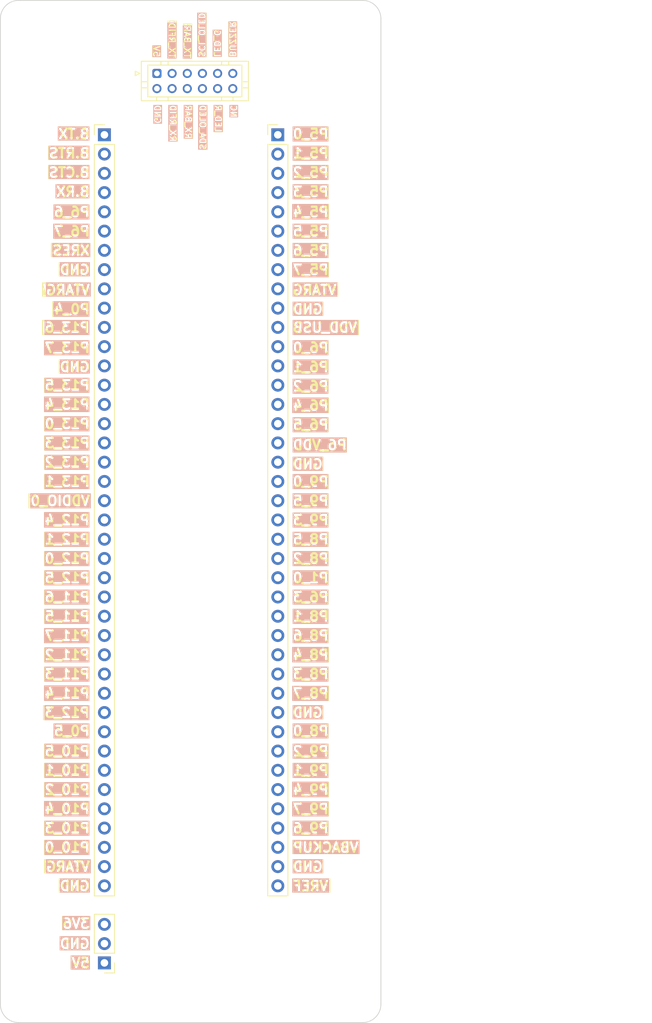
<source format=kicad_pcb>
(kicad_pcb (version 20221018) (generator pcbnew)
  (layers (0 "F.Cu" signal) (31 "B.Cu" signal) (34 "B.Paste" user) (35 "F.Paste" user) (36 "B.SilkS" user "B.Silkscreen") (37 "F.SilkS" user "F.Silkscreen") (38 "B.Mask" user) (39 "F.Mask" user) (44 "Edge.Cuts" user))
  (net 0 "")
  (net 1 "P5_0")
  (net 2 "P5_1")
  (net 3 "P5_2")
  (net 4 "P5_3")
  (net 5 "P5_4")
  (net 6 "P5_5")
  (net 7 "P5_6")
  (net 8 "P5_7")
  (net 9 "VTARG")
  (net 10 "GND")
  (net 11 "VDD_USB")
  (net 12 "P6_0")
  (net 13 "P6_1")
  (net 14 "P6_2")
  (net 15 "P6_4")
  (net 16 "P6_5")
  (net 17 "P6_VDD")
  (net 18 "P9_0")
  (net 19 "P9_5")
  (net 20 "P9_3")
  (net 21 "P8_5")
  (net 22 "P8_2")
  (net 23 "P1_0")
  (net 24 "P6_3")
  (net 25 "P8_1")
  (net 26 "P8_6")
  (net 27 "P8_4")
  (net 28 "P8_3")
  (net 29 "P8_7")
  (net 30 "P8_0")
  (net 31 "P9_2")
  (net 32 "P9_1")
  (net 33 "P9_4")
  (net 34 "P9_7")
  (net 35 "P9_6")
  (net 36 "VBACKUP")
  (net 37 "VREF")
  (net 38 "B.TX")
  (net 39 "B.RTS")
  (net 40 "B.CTS")
  (net 41 "B.RX")
  (net 42 "P6_6")
  (net 43 "P6_7")
  (net 44 "XRES")
  (net 45 "P0_4")
  (net 46 "P13_6")
  (net 47 "P13_7")
  (net 48 "P13_5")
  (net 49 "P13_4")
  (net 50 "P13_0")
  (net 51 "P13_3")
  (net 52 "P13_2")
  (net 53 "P13_1")
  (net 54 "VDDIO_0")
  (net 55 "P12_4")
  (net 56 "P12_1")
  (net 57 "P12_0")
  (net 58 "P12_5")
  (net 59 "P11_6")
  (net 60 "P11_5")
  (net 61 "P11_7")
  (net 62 "P11_2")
  (net 63 "P11_3")
  (net 64 "P11_4")
  (net 65 "P12_3")
  (net 66 "P0_5")
  (net 67 "P10_5")
  (net 68 "P10_1")
  (net 69 "P10_2")
  (net 70 "P10_4")
  (net 71 "P10_3")
  (net 72 "P10_0")
  (net 73 "+5V")
  (net 74 "+3V3")
  (net 75 "TX_RFID")
  (net 76 "RX_RFID")
  (net 77 "TX_BAR")
  (net 78 "RX_BAR")
  (net 79 "SCL_OLED")
  (net 80 "SDA_OLED")
  (net 81 "LED_G")
  (net 82 "LED_R")
  (net 83 "BUZZER")
  (footprint "Connector_PinHeader_2.54mm:PinHeader_1x40_P2.54mm_Vertical" (layer "F.Cu") (at 125.095 62.865)
    (fp_text reference "J1" hide)
    (fp_text value "Conn_01x40_Socket" hide)
    (fp_line (start -1.33 -1.33) (end 0 -1.33) (stroke (width 0.12)) (layer "F.SilkS"))
    (fp_line (start -1.33 0) (end -1.33 -1.33) (stroke (width 0.12)) (layer "F.SilkS"))
    (fp_line (start -1.33 1.27) (end -1.33 100.39) (stroke (width 0.12)) (layer "F.SilkS"))
    (fp_line (start -1.33 1.27) (end 1.33 1.27) (stroke (width 0.12)) (layer "F.SilkS"))
    (fp_line (start -1.33 100.39) (end 1.33 100.39) (stroke (width 0.12)) (layer "F.SilkS"))
    (fp_line (start 1.33 1.27) (end 1.33 100.39) (stroke (width 0.12)) (layer "F.SilkS"))
    (pad "1" thru_hole rect (at 0 0) (size 1.7 1.7) (drill 1) (layers "*.Cu" "*.Mask") (net 1 "P5_0"))
    (pad "2" thru_hole oval (at 0 2.54) (size 1.7 1.7) (drill 1) (layers "*.Cu" "*.Mask") (net 2 "P5_1"))
    (pad "3" thru_hole oval (at 0 5.08) (size 1.7 1.7) (drill 1) (layers "*.Cu" "*.Mask") (net 3 "P5_2"))
    (pad "4" thru_hole oval (at 0 7.62) (size 1.7 1.7) (drill 1) (layers "*.Cu" "*.Mask") (net 4 "P5_3"))
    (pad "5" thru_hole oval (at 0 10.16) (size 1.7 1.7) (drill 1) (layers "*.Cu" "*.Mask") (net 5 "P5_4"))
    (pad "6" thru_hole oval (at 0 12.7) (size 1.7 1.7) (drill 1) (layers "*.Cu" "*.Mask") (net 6 "P5_5"))
    (pad "7" thru_hole oval (at 0 15.24) (size 1.7 1.7) (drill 1) (layers "*.Cu" "*.Mask") (net 7 "P5_6"))
    (pad "8" thru_hole oval (at 0 17.78) (size 1.7 1.7) (drill 1) (layers "*.Cu" "*.Mask") (net 8 "P5_7"))
    (pad "9" thru_hole oval (at 0 20.32) (size 1.7 1.7) (drill 1) (layers "*.Cu" "*.Mask") (net 9 "VTARG"))
    (pad "10" thru_hole oval (at 0 22.86) (size 1.7 1.7) (drill 1) (layers "*.Cu" "*.Mask") (net 10 "GND"))
    (pad "11" thru_hole oval (at 0 25.4) (size 1.7 1.7) (drill 1) (layers "*.Cu" "*.Mask") (net 11 "VDD_USB"))
    (pad "12" thru_hole oval (at 0 27.94) (size 1.7 1.7) (drill 1) (layers "*.Cu" "*.Mask") (net 12 "P6_0"))
    (pad "13" thru_hole oval (at 0 30.48) (size 1.7 1.7) (drill 1) (layers "*.Cu" "*.Mask") (net 13 "P6_1"))
    (pad "14" thru_hole oval (at 0 33.02) (size 1.7 1.7) (drill 1) (layers "*.Cu" "*.Mask") (net 14 "P6_2"))
    (pad "15" thru_hole oval (at 0 35.56) (size 1.7 1.7) (drill 1) (layers "*.Cu" "*.Mask") (net 15 "P6_4"))
    (pad "16" thru_hole oval (at 0 38.1) (size 1.7 1.7) (drill 1) (layers "*.Cu" "*.Mask") (net 16 "P6_5"))
    (pad "17" thru_hole oval (at 0 40.64) (size 1.7 1.7) (drill 1) (layers "*.Cu" "*.Mask") (net 17 "P6_VDD"))
    (pad "18" thru_hole oval (at 0 43.18) (size 1.7 1.7) (drill 1) (layers "*.Cu" "*.Mask") (net 10 "GND"))
    (pad "19" thru_hole oval (at 0 45.72) (size 1.7 1.7) (drill 1) (layers "*.Cu" "*.Mask") (net 18 "P9_0"))
    (pad "20" thru_hole oval (at 0 48.26) (size 1.7 1.7) (drill 1) (layers "*.Cu" "*.Mask") (net 19 "P9_5"))
    (pad "21" thru_hole oval (at 0 50.8) (size 1.7 1.7) (drill 1) (layers "*.Cu" "*.Mask") (net 20 "P9_3"))
    (pad "22" thru_hole oval (at 0 53.34) (size 1.7 1.7) (drill 1) (layers "*.Cu" "*.Mask") (net 21 "P8_5"))
    (pad "23" thru_hole oval (at 0 55.88) (size 1.7 1.7) (drill 1) (layers "*.Cu" "*.Mask") (net 22 "P8_2"))
    (pad "24" thru_hole oval (at 0 58.42) (size 1.7 1.7) (drill 1) (layers "*.Cu" "*.Mask") (net 23 "P1_0"))
    (pad "25" thru_hole oval (at 0 60.96) (size 1.7 1.7) (drill 1) (layers "*.Cu" "*.Mask") (net 24 "P6_3"))
    (pad "26" thru_hole oval (at 0 63.5) (size 1.7 1.7) (drill 1) (layers "*.Cu" "*.Mask") (net 25 "P8_1"))
    (pad "27" thru_hole oval (at 0 66.04) (size 1.7 1.7) (drill 1) (layers "*.Cu" "*.Mask") (net 26 "P8_6"))
    (pad "28" thru_hole oval (at 0 68.58) (size 1.7 1.7) (drill 1) (layers "*.Cu" "*.Mask") (net 27 "P8_4"))
    (pad "29" thru_hole oval (at 0 71.12) (size 1.7 1.7) (drill 1) (layers "*.Cu" "*.Mask") (net 28 "P8_3"))
    (pad "30" thru_hole oval (at 0 73.66) (size 1.7 1.7) (drill 1) (layers "*.Cu" "*.Mask") (net 29 "P8_7"))
    (pad "31" thru_hole oval (at 0 76.2) (size 1.7 1.7) (drill 1) (layers "*.Cu" "*.Mask") (net 10 "GND"))
    (pad "32" thru_hole oval (at 0 78.74) (size 1.7 1.7) (drill 1) (layers "*.Cu" "*.Mask") (net 30 "P8_0"))
    (pad "33" thru_hole oval (at 0 81.28) (size 1.7 1.7) (drill 1) (layers "*.Cu" "*.Mask") (net 31 "P9_2"))
    (pad "34" thru_hole oval (at 0 83.82) (size 1.7 1.7) (drill 1) (layers "*.Cu" "*.Mask") (net 32 "P9_1"))
    (pad "35" thru_hole oval (at 0 86.36) (size 1.7 1.7) (drill 1) (layers "*.Cu" "*.Mask") (net 33 "P9_4"))
    (pad "36" thru_hole oval (at 0 88.9) (size 1.7 1.7) (drill 1) (layers "*.Cu" "*.Mask") (net 34 "P9_7"))
    (pad "37" thru_hole oval (at 0 91.44) (size 1.7 1.7) (drill 1) (layers "*.Cu" "*.Mask") (net 35 "P9_6"))
    (pad "38" thru_hole oval (at 0 93.98) (size 1.7 1.7) (drill 1) (layers "*.Cu" "*.Mask") (net 36 "VBACKUP"))
    (pad "39" thru_hole oval (at 0 96.52) (size 1.7 1.7) (drill 1) (layers "*.Cu" "*.Mask") (net 10 "GND"))
    (pad "40" thru_hole oval (at 0 99.06) (size 1.7 1.7) (drill 1) (layers "*.Cu" "*.Mask") (net 37 "VREF"))
  )
  (footprint "MountingHole:MountingHole_2.2mm_M2" (layer "F.Cu") (at 92.202 176.403)
    (fp_text reference "H1" hide)
    (fp_text value "MountingHole" hide)
    (pad "" np_thru_hole circle (at 0 0) (size 2.2 2.2) (drill 2.2) (layers "*.Cu" "*.Mask"))
  )
  (footprint "MountingHole:MountingHole_2.2mm_M2" (layer "F.Cu") (at 135.636 176.403)
    (fp_text reference "H4" hide)
    (fp_text value "MountingHole" hide)
    (pad "" np_thru_hole circle (at 0 0) (size 2.2 2.2) (drill 2.2) (layers "*.Cu" "*.Mask"))
  )
  (footprint "Connector_PinHeader_2.54mm:PinHeader_1x03_P2.54mm_Vertical" (layer "F.Cu") (at 102.235 172.085 180)
    (fp_text reference "J3" hide)
    (fp_text value "Conn_01x03_Socket" hide)
    (fp_line (start -1.33 -1.33) (end 0 -1.33) (stroke (width 0.12)) (layer "F.SilkS"))
    (fp_line (start -1.33 0) (end -1.33 -1.33) (stroke (width 0.12)) (layer "F.SilkS"))
    (fp_line (start -1.33 1.27) (end -1.33 6.41) (stroke (width 0.12)) (layer "F.SilkS"))
    (fp_line (start -1.33 1.27) (end 1.33 1.27) (stroke (width 0.12)) (layer "F.SilkS"))
    (fp_line (start -1.33 6.41) (end 1.33 6.41) (stroke (width 0.12)) (layer "F.SilkS"))
    (fp_line (start 1.33 1.27) (end 1.33 6.41) (stroke (width 0.12)) (layer "F.SilkS"))
    (pad "1" thru_hole rect (at 0 0 180) (size 1.7 1.7) (drill 1) (layers "*.Cu" "*.Mask") (net 73 "+5V"))
    (pad "2" thru_hole oval (at 0 2.54 180) (size 1.7 1.7) (drill 1) (layers "*.Cu" "*.Mask") (net 10 "GND"))
    (pad "3" thru_hole oval (at 0 5.08 180) (size 1.7 1.7) (drill 1) (layers "*.Cu" "*.Mask") (net 74 "+3V3"))
  )
  (footprint "MountingHole:MountingHole_2.2mm_M2" (layer "F.Cu") (at 135.636 49.022)
    (fp_text reference "H3" hide)
    (fp_text value "MountingHole" hide)
    (pad "" np_thru_hole circle (at 0 0) (size 2.2 2.2) (drill 2.2) (layers "*.Cu" "*.Mask"))
  )
  (footprint "MountingHole:MountingHole_2.2mm_M2" (layer "F.Cu") (at 92.202 49.022)
    (fp_text reference "H2" hide)
    (fp_text value "MountingHole" hide)
    (pad "" np_thru_hole circle (at 0 0) (size 2.2 2.2) (drill 2.2) (layers "*.Cu" "*.Mask"))
  )
  (footprint "Connector_PinHeader_2.54mm:PinHeader_1x40_P2.54mm_Vertical" (layer "F.Cu") (at 102.235 62.865)
    (fp_text reference "J2" hide)
    (fp_text value "Conn_01x40_Socket" hide)
    (fp_line (start -1.33 -1.33) (end 0 -1.33) (stroke (width 0.12)) (layer "F.SilkS"))
    (fp_line (start -1.33 0) (end -1.33 -1.33) (stroke (width 0.12)) (layer "F.SilkS"))
    (fp_line (start -1.33 1.27) (end -1.33 100.39) (stroke (width 0.12)) (layer "F.SilkS"))
    (fp_line (start -1.33 1.27) (end 1.33 1.27) (stroke (width 0.12)) (layer "F.SilkS"))
    (fp_line (start -1.33 100.39) (end 1.33 100.39) (stroke (width 0.12)) (layer "F.SilkS"))
    (fp_line (start 1.33 1.27) (end 1.33 100.39) (stroke (width 0.12)) (layer "F.SilkS"))
    (pad "1" thru_hole rect (at 0 0) (size 1.7 1.7) (drill 1) (layers "*.Cu" "*.Mask") (net 38 "B.TX"))
    (pad "2" thru_hole oval (at 0 2.54) (size 1.7 1.7) (drill 1) (layers "*.Cu" "*.Mask") (net 39 "B.RTS"))
    (pad "3" thru_hole oval (at 0 5.08) (size 1.7 1.7) (drill 1) (layers "*.Cu" "*.Mask") (net 40 "B.CTS"))
    (pad "4" thru_hole oval (at 0 7.62) (size 1.7 1.7) (drill 1) (layers "*.Cu" "*.Mask") (net 41 "B.RX"))
    (pad "5" thru_hole oval (at 0 10.16) (size 1.7 1.7) (drill 1) (layers "*.Cu" "*.Mask") (net 42 "P6_6"))
    (pad "6" thru_hole oval (at 0 12.7) (size 1.7 1.7) (drill 1) (layers "*.Cu" "*.Mask") (net 43 "P6_7"))
    (pad "7" thru_hole oval (at 0 15.24) (size 1.7 1.7) (drill 1) (layers "*.Cu" "*.Mask") (net 44 "XRES"))
    (pad "8" thru_hole oval (at 0 17.78) (size 1.7 1.7) (drill 1) (layers "*.Cu" "*.Mask") (net 10 "GND"))
    (pad "9" thru_hole oval (at 0 20.32) (size 1.7 1.7) (drill 1) (layers "*.Cu" "*.Mask") (net 9 "VTARG"))
    (pad "10" thru_hole oval (at 0 22.86) (size 1.7 1.7) (drill 1) (layers "*.Cu" "*.Mask") (net 45 "P0_4"))
    (pad "11" thru_hole oval (at 0 25.4) (size 1.7 1.7) (drill 1) (layers "*.Cu" "*.Mask") (net 46 "P13_6"))
    (pad "12" thru_hole oval (at 0 27.94) (size 1.7 1.7) (drill 1) (layers "*.Cu" "*.Mask") (net 47 "P13_7"))
    (pad "13" thru_hole oval (at 0 30.48) (size 1.7 1.7) (drill 1) (layers "*.Cu" "*.Mask") (net 10 "GND"))
    (pad "14" thru_hole oval (at 0 33.02) (size 1.7 1.7) (drill 1) (layers "*.Cu" "*.Mask") (net 48 "P13_5"))
    (pad "15" thru_hole oval (at 0 35.56) (size 1.7 1.7) (drill 1) (layers "*.Cu" "*.Mask") (net 49 "P13_4"))
    (pad "16" thru_hole oval (at 0 38.1) (size 1.7 1.7) (drill 1) (layers "*.Cu" "*.Mask") (net 50 "P13_0"))
    (pad "17" thru_hole oval (at 0 40.64) (size 1.7 1.7) (drill 1) (layers "*.Cu" "*.Mask") (net 51 "P13_3"))
    (pad "18" thru_hole oval (at 0 43.18) (size 1.7 1.7) (drill 1) (layers "*.Cu" "*.Mask") (net 52 "P13_2"))
    (pad "19" thru_hole oval (at 0 45.72) (size 1.7 1.7) (drill 1) (layers "*.Cu" "*.Mask") (net 53 "P13_1"))
    (pad "20" thru_hole oval (at 0 48.26) (size 1.7 1.7) (drill 1) (layers "*.Cu" "*.Mask") (net 54 "VDDIO_0"))
    (pad "21" thru_hole oval (at 0 50.8) (size 1.7 1.7) (drill 1) (layers "*.Cu" "*.Mask") (net 55 "P12_4"))
    (pad "22" thru_hole oval (at 0 53.34) (size 1.7 1.7) (drill 1) (layers "*.Cu" "*.Mask") (net 56 "P12_1"))
    (pad "23" thru_hole oval (at 0 55.88) (size 1.7 1.7) (drill 1) (layers "*.Cu" "*.Mask") (net 57 "P12_0"))
    (pad "24" thru_hole oval (at 0 58.42) (size 1.7 1.7) (drill 1) (layers "*.Cu" "*.Mask") (net 58 "P12_5"))
    (pad "25" thru_hole oval (at 0 60.96) (size 1.7 1.7) (drill 1) (layers "*.Cu" "*.Mask") (net 59 "P11_6"))
    (pad "26" thru_hole oval (at 0 63.5) (size 1.7 1.7) (drill 1) (layers "*.Cu" "*.Mask") (net 60 "P11_5"))
    (pad "27" thru_hole oval (at 0 66.04) (size 1.7 1.7) (drill 1) (layers "*.Cu" "*.Mask") (net 61 "P11_7"))
    (pad "28" thru_hole oval (at 0 68.58) (size 1.7 1.7) (drill 1) (layers "*.Cu" "*.Mask") (net 62 "P11_2"))
    (pad "29" thru_hole oval (at 0 71.12) (size 1.7 1.7) (drill 1) (layers "*.Cu" "*.Mask") (net 63 "P11_3"))
    (pad "30" thru_hole oval (at 0 73.66) (size 1.7 1.7) (drill 1) (layers "*.Cu" "*.Mask") (net 64 "P11_4"))
    (pad "31" thru_hole oval (at 0 76.2) (size 1.7 1.7) (drill 1) (layers "*.Cu" "*.Mask") (net 65 "P12_3"))
    (pad "32" thru_hole oval (at 0 78.74) (size 1.7 1.7) (drill 1) (layers "*.Cu" "*.Mask") (net 66 "P0_5"))
    (pad "33" thru_hole oval (at 0 81.28) (size 1.7 1.7) (drill 1) (layers "*.Cu" "*.Mask") (net 67 "P10_5"))
    (pad "34" thru_hole oval (at 0 83.82) (size 1.7 1.7) (drill 1) (layers "*.Cu" "*.Mask") (net 68 "P10_1"))
    (pad "35" thru_hole oval (at 0 86.36) (size 1.7 1.7) (drill 1) (layers "*.Cu" "*.Mask") (net 69 "P10_2"))
    (pad "36" thru_hole oval (at 0 88.9) (size 1.7 1.7) (drill 1) (layers "*.Cu" "*.Mask") (net 70 "P10_4"))
    (pad "37" thru_hole oval (at 0 91.44) (size 1.7 1.7) (drill 1) (layers "*.Cu" "*.Mask") (net 71 "P10_3"))
    (pad "38" thru_hole oval (at 0 93.98) (size 1.7 1.7) (drill 1) (layers "*.Cu" "*.Mask") (net 72 "P10_0"))
    (pad "39" thru_hole oval (at 0 96.52) (size 1.7 1.7) (drill 1) (layers "*.Cu" "*.Mask") (net 9 "VTARG"))
    (pad "40" thru_hole oval (at 0 99.06) (size 1.7 1.7) (drill 1) (layers "*.Cu" "*.Mask") (net 10 "GND"))
  )
  (footprint "Connector_JST:JST_PHD_B12B-PHDSS_2x06_P2.00mm_Vertical" (layer "F.Cu") (at 109.157 54.769)
    (fp_text reference "J4" hide)
    (fp_text value "Conn_02x06_Odd_Even" hide)
    (fp_line (start -2.86 -0.3) (end -2.26 0) (stroke (width 0.12)) (layer "F.SilkS"))
    (fp_line (start -2.86 0.3) (end -2.86 -0.3) (stroke (width 0.12)) (layer "F.SilkS"))
    (fp_line (start -2.26 0) (end -2.86 0.3) (stroke (width 0.12)) (layer "F.SilkS"))
    (fp_line (start -2.06 -1.61) (end -2.06 3.61) (stroke (width 0.12)) (layer "F.SilkS"))
    (fp_line (start -2.06 1.1) (end -1.2 1.1) (stroke (width 0.12)) (layer "F.SilkS"))
    (fp_line (start -2.06 1.9) (end -1.2 1.9) (stroke (width 0.12)) (layer "F.SilkS"))
    (fp_line (start -2.06 3.61) (end 12.06 3.61) (stroke (width 0.12)) (layer "F.SilkS"))
    (fp_line (start -1.2 -1.1) (end -1.2 3.1) (stroke (width 0.12)) (layer "F.SilkS"))
    (fp_line (start -1.2 3.1) (end 11.2 3.1) (stroke (width 0.12)) (layer "F.SilkS"))
    (fp_line (start -0.03 3.61) (end -0.03 3.1) (stroke (width 0.12)) (layer "F.SilkS"))
    (fp_line (start 0.53 -1.61) (end 0.53 -1.1) (stroke (width 0.12)) (layer "F.SilkS"))
    (fp_line (start 1.47 -1.61) (end 1.47 -1.1) (stroke (width 0.12)) (layer "F.SilkS"))
    (fp_line (start 1.47 3.61) (end 1.47 3.1) (stroke (width 0.12)) (layer "F.SilkS"))
    (fp_line (start 8.53 -1.61) (end 8.53 -1.1) (stroke (width 0.12)) (layer "F.SilkS"))
    (fp_line (start 8.53 3.61) (end 8.53 3.1) (stroke (width 0.12)) (layer "F.SilkS"))
    (fp_line (start 9.47 -1.61) (end 9.47 -1.1) (stroke (width 0.12)) (layer "F.SilkS"))
    (fp_line (start 10.03 3.61) (end 10.03 3.1) (stroke (width 0.12)) (layer "F.SilkS"))
    (fp_line (start 11.2 -1.1) (end -1.2 -1.1) (stroke (width 0.12)) (layer "F.SilkS"))
    (fp_line (start 11.2 3.1) (end 11.2 -1.1) (stroke (width 0.12)) (layer "F.SilkS"))
    (fp_line (start 12.06 -1.61) (end -2.06 -1.61) (stroke (width 0.12)) (layer "F.SilkS"))
    (fp_line (start 12.06 1.1) (end 11.2 1.1) (stroke (width 0.12)) (layer "F.SilkS"))
    (fp_line (start 12.06 1.9) (end 11.2 1.9) (stroke (width 0.12)) (layer "F.SilkS"))
    (fp_line (start 12.06 3.61) (end 12.06 -1.61) (stroke (width 0.12)) (layer "F.SilkS"))
    (pad "1" thru_hole roundrect (at 0 0) (size 1.2 1.2) (drill 0.75) (layers "*.Cu" "*.Mask") (roundrect_rratio 0.208333) (net 73 "+5V"))
    (pad "2" thru_hole circle (at 0 2) (size 1.2 1.2) (drill 0.75) (layers "*.Cu" "*.Mask") (net 10 "GND"))
    (pad "3" thru_hole circle (at 2 0) (size 1.2 1.2) (drill 0.75) (layers "*.Cu" "*.Mask") (net 75 "TX_RFID"))
    (pad "4" thru_hole circle (at 2 2) (size 1.2 1.2) (drill 0.75) (layers "*.Cu" "*.Mask") (net 76 "RX_RFID"))
    (pad "5" thru_hole circle (at 4 0) (size 1.2 1.2) (drill 0.75) (layers "*.Cu" "*.Mask") (net 77 "TX_BAR"))
    (pad "6" thru_hole circle (at 4 2) (size 1.2 1.2) (drill 0.75) (layers "*.Cu" "*.Mask") (net 78 "RX_BAR"))
    (pad "7" thru_hole circle (at 6 0) (size 1.2 1.2) (drill 0.75) (layers "*.Cu" "*.Mask") (net 79 "SCL_OLED"))
    (pad "8" thru_hole circle (at 6 2) (size 1.2 1.2) (drill 0.75) (layers "*.Cu" "*.Mask") (net 80 "SDA_OLED"))
    (pad "9" thru_hole circle (at 8 0) (size 1.2 1.2) (drill 0.75) (layers "*.Cu" "*.Mask") (net 81 "LED_G"))
    (pad "10" thru_hole circle (at 8 2) (size 1.2 1.2) (drill 0.75) (layers "*.Cu" "*.Mask") (net 82 "LED_R"))
    (pad "11" thru_hole circle (at 10 0) (size 1.2 1.2) (drill 0.75) (layers "*.Cu" "*.Mask") (net 83 "BUZZER"))
    (pad "12" thru_hole circle (at 10 2) (size 1.2 1.2) (drill 0.75) (layers "*.Cu" "*.Mask"))
  )
  (gr_arc (start 88.519 47.546) (mid 89.225751 45.839751) (end 90.932 45.133) (stroke (width 0.1)) (layer "Edge.Cuts"))
  (gr_line (start 138.684 47.546) (end 138.684 177.546) (stroke (width 0.1)) (layer "Edge.Cuts"))
  (gr_line (start 88.519 47.546) (end 88.519 177.546) (stroke (width 0.1)) (layer "Edge.Cuts"))
  (gr_arc (start 90.932 179.959) (mid 89.225751 179.252249) (end 88.519 177.546) (stroke (width 0.1)) (layer "Edge.Cuts"))
  (gr_line (start 90.932 179.959) (end 136.271 179.959) (stroke (width 0.1)) (layer "Edge.Cuts"))
  (gr_arc (start 136.271 45.133) (mid 137.977249 45.839751) (end 138.684 47.546) (stroke (width 0.1)) (layer "Edge.Cuts"))
  (gr_arc (start 138.684 177.546) (mid 137.977249 179.252249) (end 136.271 179.959) (stroke (width 0.1)) (layer "Edge.Cuts"))
  (gr_line (start 90.932 45.133) (end 136.271 45.133) (stroke (width 0.1)) (layer "Edge.Cuts"))
  (gr_text "P5_7" (at 131.953 81.407) (layer "B.SilkS" knockout) (effects (font (size 1.27 1.27) (thickness 0.3) bold) (justify left bottom mirror)))
  (gr_text "P13_6" (at 94.197714 89.027) (layer "B.SilkS" knockout) (effects (font (size 1.27 1.27) (thickness 0.3) bold) (justify right bottom mirror)))
  (gr_text "P0_5" (at 95.407238 142.24) (layer "B.SilkS" knockout) (effects (font (size 1.27 1.27) (thickness 0.3) bold) (justify right bottom mirror)))
  (gr_text "P6_2" (at 131.953 96.774) (layer "B.SilkS" knockout) (effects (font (size 1.27 1.27) (thickness 0.3) bold) (justify left bottom mirror)))
  (gr_text "VTARG" (at 94.379144 160.147) (layer "B.SilkS" knockout) (effects (font (size 1.27 1.27) (thickness 0.3) bold) (justify right bottom mirror)))
  (gr_text "GND" (at 131.166809 86.614) (layer "B.SilkS" knockout) (effects (font (size 1.27 1.27) (thickness 0.3) bold) (justify left bottom mirror)))
  (gr_text "P6_VDD" (at 134.372047 104.521) (layer "B.SilkS" knockout) (effects (font (size 1.27 1.27) (thickness 0.3) bold) (justify left bottom mirror)))
  (gr_text "P8_7" (at 131.953 137.287) (layer "B.SilkS" knockout) (effects (font (size 1.27 1.27) (thickness 0.3) bold) (justify left bottom mirror)))
  (gr_text "P9_0" (at 131.953 109.347) (layer "B.SilkS" knockout) (effects (font (size 1.27 1.27) (thickness 0.3) bold) (justify left bottom mirror)))
  (gr_text "P5_4" (at 131.953 73.787) (layer "B.SilkS" knockout) (effects (font (size 1.27 1.27) (thickness 0.3) bold) (justify left bottom mirror)))
  (gr_text "P0_4" (at 95.407238 86.614) (layer "B.SilkS" knockout) (effects (font (size 1.27 1.27) (thickness 0.3) bold) (justify right bottom mirror)))
  (gr_text "P6_3" (at 131.953 124.587) (layer "B.SilkS" knockout) (effects (font (size 1.27 1.27) (thickness 0.3) bold) (justify left bottom mirror)))
  (gr_text "P11_3" (at 94.197714 134.747) (layer "B.SilkS" knockout) (effects (font (size 1.27 1.27) (thickness 0.3) bold) (justify right bottom mirror)))
  (gr_text "5V" (at 97.76581 172.847) (layer "B.SilkS" knockout) (effects (font (size 1.27 1.27) (thickness 0.3) bold) (justify right bottom mirror)))
  (gr_text "P11_4" (at 94.197714 137.287) (layer "B.SilkS" knockout) (effects (font (size 1.27 1.27) (thickness 0.3) bold) (justify right bottom mirror)))
  (gr_text "P10_2" (at 94.197714 149.987) (layer "B.SilkS" knockout) (effects (font (size 1.27 1.27) (thickness 0.3) bold) (justify right bottom mirror)))
  (gr_text "P9_3" (at 131.953 114.427) (layer "B.SilkS" knockout) (effects (font (size 1.27 1.27) (thickness 0.3) bold) (justify left bottom mirror)))
  (gr_text "VREF" (at 131.892523 162.687) (layer "B.SilkS" knockout) (effects (font (size 1.27 1.27) (thickness 0.3) bold) (justify left bottom mirror)))
  (gr_text "SCL_OLED" (at 114.6004 52.705 -90) (layer "B.SilkS" knockout) (effects (font (size 0.8 0.8) (thickness 0.16) bold) (justify left bottom mirror)))
  (gr_text "B.RX" (at 95.709619 71.12) (layer "B.SilkS" knockout) (effects (font (size 1.27 1.27) (thickness 0.3) bold) (justify right bottom mirror)))
  (gr_text "P9_1" (at 131.953 147.447) (layer "B.SilkS" knockout) (effects (font (size 1.27 1.27) (thickness 0.3) bold) (justify left bottom mirror)))
  (gr_text "BUZZER" (at 118.6644 52.705 -90) (layer "B.SilkS" knockout) (effects (font (size 0.8 0.8) (thickness 0.16) bold) (justify left bottom mirror)))
  (gr_text "5V" (at 108.6314 52.705 -90) (layer "B.SilkS" knockout) (effects (font (size 0.8 0.8) (thickness 0.16) bold) (justify left bottom mirror)))
  (gr_text "VBACKUP" (at 135.883951 157.607) (layer "B.SilkS" knockout) (effects (font (size 1.27 1.27) (thickness 0.3) bold) (justify left bottom mirror)))
  (gr_text "GND" (at 131.166809 160.147) (layer "B.SilkS" knockout) (effects (font (size 1.27 1.27) (thickness 0.3) bold) (justify left bottom mirror)))
  (gr_text "GND" (at 96.193429 170.307) (layer "B.SilkS" knockout) (effects (font (size 1.27 1.27) (thickness 0.3) bold) (justify right bottom mirror)))
  (gr_text "P8_6" (at 131.953 129.667) (layer "B.SilkS" knockout) (effects (font (size 1.27 1.27) (thickness 0.3) bold) (justify left bottom mirror)))
  (gr_text "P6_1" (at 131.953 94.234) (layer "B.SilkS" knockout) (effects (font (size 1.27 1.27) (thickness 0.3) bold) (justify left bottom mirror)))
  (gr_text "B.TX" (at 96.012 63.5) (layer "B.SilkS" knockout) (effects (font (size 1.27 1.27) (thickness 0.3) bold) (justify right bottom mirror)))
  (gr_text "P5_1" (at 131.953 66.04) (layer "B.SilkS" knockout) (effects (font (size 1.27 1.27) (thickness 0.3) bold) (justify left bottom mirror)))
  (gr_text "P5_0" (at 131.953 63.5) (layer "B.SilkS" knockout) (effects (font (size 1.27 1.27) (thickness 0.3) bold) (justify left bottom mirror)))
  (gr_text "P12_3" (at 94.197714 139.827) (layer "B.SilkS" knockout) (effects (font (size 1.27 1.27) (thickness 0.3) bold) (justify right bottom mirror)))
  (gr_text "P12_1" (at 94.197714 116.967) (layer "B.SilkS" knockout) (effects (font (size 1.27 1.27) (thickness 0.3) bold) (justify right bottom mirror)))
  (gr_text "3V6" (at 96.556286 167.64) (layer "B.SilkS" knockout) (effects (font (size 1.27 1.27) (thickness 0.3) bold) (justify right bottom mirror)))
  (gr_text "B.RTS" (at 94.742 66.04) (layer "B.SilkS" knockout) (effects (font (size 1.27 1.27) (thickness 0.3) bold) (justify right bottom mirror)))
  (gr_text "TX_RFID" (at 110.6634 52.832 -90) (layer "B.SilkS" knockout) (effects (font (size 0.8 0.8) (thickness 0.16) bold) (justify left bottom mirror)))
  (gr_text "VTARG" (at 132.981094 84.074) (layer "B.SilkS" knockout) (effects (font (size 1.27 1.27) (thickness 0.3) bold) (justify left bottom mirror)))
  (gr_text "P8_1" (at 131.953 127.127) (layer "B.SilkS" knockout) (effects (font (size 1.27 1.27) (thickness 0.3) bold) (justify left bottom mirror)))
  (gr_text "RX_RFID" (at 110.7904 63.881142 -90) (layer "B.SilkS" knockout) (effects (font (size 0.8 0.8) (thickness 0.16) bold) (justify left bottom mirror)))
  (gr_text "P11_6" (at 94.197714 124.587) (layer "B.SilkS" knockout) (effects (font (size 1.27 1.27) (thickness 0.3) bold) (justify right bottom mirror)))
  (gr_text "GND" (at 96.193429 94.234) (layer "B.SilkS" knockout) (effects (font (size 1.27 1.27) (thickness 0.3) bold) (justify right bottom mirror)))
  (gr_text "P9_7" (at 131.953 152.527) (layer "B.SilkS" knockout) (effects (font (size 1.27 1.27) (thickness 0.3) bold) (justify left bottom mirror)))
  (gr_text "P12_0" (at 94.197714 119.507) (layer "B.SilkS" knockout) (effects (font (size 1.27 1.27) (thickness 0.3) bold) (justify right bottom mirror)))
  (gr_text "P13_0" (at 94.197714 101.727) (layer "B.SilkS" knockout) (effects (font (size 1.27 1.27) (thickness 0.3) bold) (justify right bottom mirror)))
  (gr_text "P13_7" (at 94.197714 91.694) (layer "B.SilkS" knockout) (effects (font (size 1.27 1.27) (thickness 0.3) bold) (justify right bottom mirror)))
  (gr_text "P10_1" (at 94.197714 147.447) (layer "B.SilkS" knockout) (effects (font (size 1.27 1.27) (thickness 0.3) bold) (justify right bottom mirror)))
  (gr_text "NC" (at 118.7914 60.681142 -90) (layer "B.SilkS" knockout) (effects (font (size 0.8 0.8) (thickness 0.16) bold) (justify left bottom mirror)))
  (gr_text "P5_3" (at 131.953 71.12) (layer "B.SilkS" knockout) (effects (font (size 1.27 1.27) (thickness 0.3) bold) (justify left bottom mirror)))
  (gr_text "P9_5" (at 131.953 111.887) (layer "B.SilkS" knockout) (effects (font (size 1.27 1.27) (thickness 0.3) bold) (justify left bottom mirror)))
  (gr_text "GND" (at 96.193429 81.407) (layer "B.SilkS" knockout) (effects (font (size 1.27 1.27) (thickness 0.3) bold) (justify right bottom mirror)))
  (gr_text "P9_4" (at 131.953 149.987) (layer "B.SilkS" knockout) (effects (font (size 1.27 1.27) (thickness 0.3) bold) (justify left bottom mirror)))
  (gr_text "SDA_OLED" (at 114.7274 64.909714 -90) (layer "B.SilkS" knockout) (effects (font (size 0.8 0.8) (thickness 0.16) bold) (justify left bottom mirror)))
  (gr_text "P10_3" (at 94.197714 155.067) (layer "B.SilkS" knockout) (effects (font (size 1.27 1.27) (thickness 0.3) bold) (justify right bottom mirror)))
  (gr_text "P6_5" (at 131.953 101.854) (layer "B.SilkS" knockout) (effects (font (size 1.27 1.27) (thickness 0.3) bold) (justify left bottom mirror)))
  (gr_text "LED_R" (at 116.7594 62.624 -90) (layer "B.SilkS" knockout) (effects (font (size 0.8 0.8) (thickness 0.16) bold) (justify left bottom mirror)))
  (gr_text "P13_2" (at 94.197714 106.807) (layer "B.SilkS" knockout) (effects (font (size 1.27 1.27) (thickness 0.3) bold) (justify right bottom mirror)))
  (gr_text "P12_4" (at 94.197714 114.427) (layer "B.SilkS" knockout) (effects (font (size 1.27 1.27) (thickness 0.3) bold) (justify right bottom mirror)))
  (gr_text "P11_5" (at 94.197714 127.127) (layer "B.SilkS" knockout) (effects (font (size 1.27 1.27) (thickness 0.3) bold) (justify right bottom mirror)))
  (gr_text "P11_2" (at 94.197714 132.207) (layer "B.SilkS" knockout) (effects (font (size 1.27 1.27) (thickness 0.3) bold) (justify right bottom mirror)))
  (gr_text "GND" (at 131.166809 107.061) (layer "B.SilkS" knockout) (effects (font (size 1.27 1.27) (thickness 0.3) bold) (justify left bottom mirror)))
  (gr_text "P5_2" (at 131.953 68.58) (layer "B.SilkS" knockout) (effects (font (size 1.27 1.27) (thickness 0.3) bold) (justify left bottom mirror)))
  (gr_text "P12_5" (at 94.197714 122.047) (layer "B.SilkS" knockout) (effects (font (size 1.27 1.27) (thickness 0.3) bold) (justify right bottom mirror)))
  (gr_text "P9_6" (at 131.953 155.067) (layer "B.SilkS" knockout) (effects (font (size 1.27 1.27) (thickness 0.3) bold) (justify left bottom mirror)))
  (gr_text "P1_0" (at 131.953 122.047) (layer "B.SilkS" knockout) (effects (font (size 1.27 1.27) (thickness 0.3) bold) (justify left bottom mirror)))
  (gr_text "VDDIO_0" (at 92.322953 111.887) (layer "B.SilkS" knockout) (effects (font (size 1.27 1.27) (thickness 0.3) bold) (justify right bottom mirror)))
  (gr_text "GND" (at 108.7584 61.481142 -90) (layer "B.SilkS" knockout) (effects (font (size 0.8 0.8) (thickness 0.16) bold) (justify left bottom mirror)))
  (gr_text "P6_7" (at 95.407238 76.327) (layer "B.SilkS" knockout) (effects (font (size 1.27 1.27) (thickness 0.3) bold) (justify right bottom mirror)))
  (gr_text "P5_6" (at 131.953 78.867) (layer "B.SilkS" knockout) (effects (font (size 1.27 1.27) (thickness 0.3) bold) (justify left bottom mirror)))
  (gr_text "P13_4" (at 94.197714 99.187) (layer "B.SilkS" knockout) (effects (font (size 1.27 1.27) (thickness 0.3) bold) (justify right bottom mirror)))
  (gr_text "P6_4" (at 131.953 99.314) (layer "B.SilkS" knockout) (effects (font (size 1.27 1.27) (thickness 0.3) bold) (justify left bottom mirror)))
  (gr_text "P10_4" (at 94.197714 152.527) (layer "B.SilkS" knockout) (effects (font (size 1.27 1.27) (thickness 0.3) bold) (justify right bottom mirror)))
  (gr_text "VDD_USB" (at 135.702523 89.027) (layer "B.SilkS" knockout) (effects (font (size 1.27 1.27) (thickness 0.3) bold) (justify left bottom mirror)))
  (gr_text "GND" (at 131.166809 139.827) (layer "B.SilkS" knockout) (effects (font (size 1.27 1.27) (thickness 0.3) bold) (justify left bottom mirror)))
  (gr_text "VTARG" (at 94.379144 84.074) (layer "B.SilkS" knockout) (effects (font (size 1.27 1.27) (thickness 0.3) bold) (justify right bottom mirror)))
  (gr_text "P10_0" (at 94.197714 157.607) (layer "B.SilkS" knockout) (effects (font (size 1.27 1.27) (thickness 0.3) bold) (justify right bottom mirror)))
  (gr_text "P8_3" (at 131.953 134.747) (layer "B.SilkS" knockout) (effects (font (size 1.27 1.27) (thickness 0.3) bold) (justify left bottom mirror)))
  (gr_text "TX_BAR" (at 112.6954 52.832 -90) (layer "B.SilkS" knockout) (effects (font (size 0.8 0.8) (thickness 0.16) bold) (justify left bottom mirror)))
  (gr_text "P13_5" (at 94.197714 96.647) (layer "B.SilkS" knockout) (effects (font (size 1.27 1.27) (thickness 0.3) bold) (justify right bottom mirror)))
  (gr_text "GND" (at 96.193429 162.687) (layer "B.SilkS" knockout) (effects (font (size 1.27 1.27) (thickness 0.3) bold) (justify right bottom mirror)))
  (gr_text "P8_0" (at 131.953 142.24) (layer "B.SilkS" knockout) (effects (font (size 1.27 1.27) (thickness 0.3) bold) (justify left bottom mirror)))
  (gr_text "B.CTS" (at 94.742 68.58) (layer "B.SilkS" knockout) (effects (font (size 1.27 1.27) (thickness 0.3) bold) (justify right bottom mirror)))
  (gr_text "P10_5" (at 94.197714 144.907) (layer "B.SilkS" knockout) (effects (font (size 1.27 1.27) (thickness 0.3) bold) (justify right bottom mirror)))
  (gr_text "P11_7" (at 94.197714 129.667) (layer "B.SilkS" knockout) (effects (font (size 1.27 1.27) (thickness 0.3) bold) (justify right bottom mirror)))
  (gr_text "P8_2" (at 131.953 119.507) (layer "B.SilkS" knockout) (effects (font (size 1.27 1.27) (thickness 0.3) bold) (justify left bottom mirror)))
  (gr_text "LED_G" (at 116.6324 52.705 -90) (layer "B.SilkS" knockout) (effects (font (size 0.8 0.8) (thickness 0.16) bold) (justify left bottom mirror)))
  (gr_text "XRES" (at 95.225809 78.867) (layer "B.SilkS" knockout) (effects (font (size 1.27 1.27) (thickness 0.3) bold) (justify right bottom mirror)))
  (gr_text "RX_BAR" (at 112.8224 63.50019 -90) (layer "B.SilkS" knockout) (effects (font (size 0.8 0.8) (thickness 0.16) bold) (justify left bottom mirror)))
  (gr_text "P8_4" (at 131.953 132.207) (layer "B.SilkS" knockout) (effects (font (size 1.27 1.27) (thickness 0.3) bold) (justify left bottom mirror)))
  (gr_text "P5_5" (at 131.953 76.327) (layer "B.SilkS" knockout) (effects (font (size 1.27 1.27) (thickness 0.3) bold) (justify left bottom mirror)))
  (gr_text "P9_2" (at 131.953 144.907) (layer "B.SilkS" knockout) (effects (font (size 1.27 1.27) (thickness 0.3) bold) (justify left bottom mirror)))
  (gr_text "P13_1" (at 94.197714 109.347) (layer "B.SilkS" knockout) (effects (font (size 1.27 1.27) (thickness 0.3) bold) (justify right bottom mirror)))
  (gr_text "P13_3" (at 94.197714 104.267) (layer "B.SilkS" knockout) (effects (font (size 1.27 1.27) (thickness 0.3) bold) (justify right bottom mirror)))
  (gr_text "P6_6" (at 95.407238 73.787) (layer "B.SilkS" knockout) (effects (font (size 1.27 1.27) (thickness 0.3) bold) (justify right bottom mirror)))
  (gr_text "P6_0" (at 131.953 91.694) (layer "B.SilkS" knockout) (effects (font (size 1.27 1.27) (thickness 0.3) bold) (justify left bottom mirror)))
  (gr_text "P8_5" (at 131.953 116.967) (layer "B.SilkS" knockout) (effects (font (size 1.27 1.27) (thickness 0.3) bold) (justify left bottom mirror)))
  (gr_text "P9_7" (at 126.873 152.527) (layer "F.SilkS" knockout) (effects (font (size 1.27 1.27) (thickness 0.3) bold) (justify left bottom)))
  (gr_text "P6_2" (at 126.873 96.774) (layer "F.SilkS" knockout) (effects (font (size 1.27 1.27) (thickness 0.3) bold) (justify left bottom)))
  (gr_text "P11_6" (at 100.33 124.587) (layer "F.SilkS" knockout) (effects (font (size 1.27 1.27) (thickness 0.3) bold) (justify right bottom)))
  (gr_text "TX_BAR" (at 113.665 52.578 90) (layer "F.SilkS" knockout) (effects (font (size 0.8 0.8) (thickness 0.16) bold) (justify left bottom)))
  (gr_text "VTARG" (at 100.076 84.074) (layer "F.SilkS" knockout) (effects (font (size 1.27 1.27) (thickness 0.3) bold) (justify right bottom)))
  (gr_text "RX_BAR" (at 113.792 63.525048 90) (layer "F.SilkS" knockout) (effects (font (size 0.8 0.8) (thickness 0.16) bold) (justify left bottom)))
  (gr_text "P13_0" (at 100.33 101.727) (layer "F.SilkS" knockout) (effects (font (size 1.27 1.27) (thickness 0.3) bold) (justify right bottom)))
  (gr_text "B.CTS" (at 100.33 68.58) (layer "F.SilkS" knockout) (effects (font (size 1.27 1.27) (thickness 0.3) bold) (justify right bottom)))
  (gr_text "P8_4" (at 126.873 132.207) (layer "F.SilkS" knockout) (effects (font (size 1.27 1.27) (thickness 0.3) bold) (justify left bottom)))
  (gr_text "GND" (at 127 107.061) (layer "F.SilkS" knockout) (effects (font (size 1.27 1.27) (thickness 0.3) bold) (justify left bottom)))
  (gr_text "P5_6" (at 126.873 78.867) (layer "F.SilkS" knockout) (effects (font (size 1.27 1.27) (thickness 0.3) bold) (justify left bottom)))
  (gr_text "P10_1" (at 100.33 147.447) (layer "F.SilkS" knockout) (effects (font (size 1.27 1.27) (thickness 0.3) bold) (justify right bottom)))
  (gr_text "P9_0" (at 126.873 109.347) (layer "F.SilkS" knockout) (effects (font (size 1.27 1.27) (thickness 0.3) bold) (justify left bottom)))
  (gr_text "P0_5" (at 100.33 142.24) (layer "F.SilkS" knockout) (effects (font (size 1.27 1.27) (thickness 0.3) bold) (justify right bottom)))
  (gr_text "P12_3" (at 100.203 139.827) (layer "F.SilkS" knockout) (effects (font (size 1.27 1.27) (thickness 0.3) bold) (justify right bottom)))
  (gr_text "VDD_USB" (at 127.127 89.027) (layer "F.SilkS" knockout) (effects (font (size 1.27 1.27) (thickness 0.3) bold) (justify left bottom)))
  (gr_text "B.RX" (at 100.33 71.12) (layer "F.SilkS" knockout) (effects (font (size 1.27 1.27) (thickness 0.3) bold) (justify right bottom)))
  (gr_text "P5_5" (at 126.873 76.327) (layer "F.SilkS" knockout) (effects (font (size 1.27 1.27) (thickness 0.3) bold) (justify left bottom)))
  (gr_text "P12_0" (at 100.33 119.507) (layer "F.SilkS" knockout) (effects (font (size 1.27 1.27) (thickness 0.3) bold) (justify right bottom)))
  (gr_text "P10_0" (at 100.33 157.607) (layer "F.SilkS" knockout) (effects (font (size 1.27 1.27) (thickness 0.3) bold) (justify right bottom)))
  (gr_text "P8_5" (at 126.873 116.967) (layer "F.SilkS" knockout) (effects (font (size 1.27 1.27) (thickness 0.3) bold) (justify left bottom)))
  (gr_text "VBACKUP" (at 127 157.607) (layer "F.SilkS" knockout) (effects (font (size 1.27 1.27) (thickness 0.3) bold) (justify left bottom)))
  (gr_text "P9_4" (at 126.873 149.987) (layer "F.SilkS" knockout) (effects (font (size 1.27 1.27) (thickness 0.3) bold) (justify left bottom)))
  (gr_text "P11_5" (at 100.33 127.127) (layer "F.SilkS" knockout) (effects (font (size 1.27 1.27) (thickness 0.3) bold) (justify right bottom)))
  (gr_text "P8_2" (at 126.873 119.507) (layer "F.SilkS" knockout) (effects (font (size 1.27 1.27) (thickness 0.3) bold) (justify left bottom)))
  (gr_text "P9_3" (at 126.873 114.427) (layer "F.SilkS" knockout) (effects (font (size 1.27 1.27) (thickness 0.3) bold) (justify left bottom)))
  (gr_text "P9_1" (at 126.873 147.447) (layer "F.SilkS" knockout) (effects (font (size 1.27 1.27) (thickness 0.3) bold) (justify left bottom)))
  (gr_text "P5_3" (at 126.873 71.12) (layer "F.SilkS" knockout) (effects (font (size 1.27 1.27) (thickness 0.3) bold) (justify left bottom)))
  (gr_text "P12_5" (at 100.33 122.047) (layer "F.SilkS" knockout) (effects (font (size 1.27 1.27) (thickness 0.3) bold) (justify right bottom)))
  (gr_text "GND" (at 109.728 61.506 90) (layer "F.SilkS" knockout) (effects (font (size 0.8 0.8) (thickness 0.16) bold) (justify left bottom)))
  (gr_text "P0_4" (at 100.203 86.614) (layer "F.SilkS" knockout) (effects (font (size 1.27 1.27) (thickness 0.3) bold) (justify right bottom)))
  (gr_text "SCL_OLED" (at 115.57 52.705 90) (layer "F.SilkS" knockout) (effects (font (size 0.8 0.8) (thickness 0.16) bold) (justify left bottom)))
  (gr_text "P8_3" (at 126.873 134.747) (layer "F.SilkS" knockout) (effects (font (size 1.27 1.27) (thickness 0.3) bold) (justify left bottom)))
  (gr_text "B.RTS" (at 100.33 66.04) (layer "F.SilkS" knockout) (effects (font (size 1.27 1.27) (thickness 0.3) bold) (justify right bottom)))
  (gr_text "P6_1" (at 126.873 94.234) (layer "F.SilkS" knockout) (effects (font (size 1.27 1.27) (thickness 0.3) bold) (justify left bottom)))
  (gr_text "P13_5" (at 100.33 96.647) (layer "F.SilkS" knockout) (effects (font (size 1.27 1.27) (thickness 0.3) bold) (justify right bottom)))
  (gr_text "BUZZER" (at 119.634 52.705 90) (layer "F.SilkS" knockout) (effects (font (size 0.8 0.8) (thickness 0.16) bold) (justify left bottom)))
  (gr_text "GND" (at 127 139.827) (layer "F.SilkS" knockout) (effects (font (size 1.27 1.27) (thickness 0.3) bold) (justify left bottom)))
  (gr_text "P6_VDD" (at 126.873 104.521) (layer "F.SilkS" knockout) (effects (font (size 1.27 1.27) (thickness 0.3) bold) (justify left bottom)))
  (gr_text "P8_0" (at 126.873 142.24) (layer "F.SilkS" knockout) (effects (font (size 1.27 1.27) (thickness 0.3) bold) (justify left bottom)))
  (gr_text "LED_R" (at 117.729 62.648858 90) (layer "F.SilkS" knockout) (effects (font (size 0.8 0.8) (thickness 0.16) bold) (justify left bottom)))
  (gr_text "P13_4" (at 100.33 99.187) (layer "F.SilkS" knockout) (effects (font (size 1.27 1.27) (thickness 0.3) bold) (justify right bottom)))
  (gr_text "3V6" (at 100.457 167.64) (layer "F.SilkS" knockout) (effects (font (size 1.27 1.27) (thickness 0.3) bold) (justify right bottom)))
  (gr_text "P13_7" (at 100.33 91.694) (layer "F.SilkS" knockout) (effects (font (size 1.27 1.27) (thickness 0.3) bold) (justify right bottom)))
  (gr_text "P10_5" (at 100.33 144.907) (layer "F.SilkS" knockout) (effects (font (size 1.27 1.27) (thickness 0.3) bold) (justify right bottom)))
  (gr_text "P5_4" (at 126.873 73.787) (layer "F.SilkS" knockout) (effects (font (size 1.27 1.27) (thickness 0.3) bold) (justify left bottom)))
  (gr_text "P6_5" (at 126.873 101.854) (layer "F.SilkS" knockout) (effects (font (size 1.27 1.27) (thickness 0.3) bold) (justify left bottom)))
  (gr_text "5V" (at 109.601 52.705 90) (layer "F.SilkS" knockout) (effects (font (size 0.8 0.8) (thickness 0.16) bold) (justify left bottom)))
  (gr_text "P13_1" (at 100.33 109.347) (layer "F.SilkS" knockout) (effects (font (size 1.27 1.27) (thickness 0.3) bold) (justify right bottom)))
  (gr_text "P10_4" (at 100.33 152.527) (layer "F.SilkS" knockout) (effects (font (size 1.27 1.27) (thickness 0.3) bold) (justify right bottom)))
  (gr_text "P9_6" (at 126.873 155.067) (layer "F.SilkS" knockout) (effects (font (size 1.27 1.27) (thickness 0.3) bold) (justify left bottom)))
  (gr_text "GND" (at 100.33 94.234) (layer "F.SilkS" knockout) (effects (font (size 1.27 1.27) (thickness 0.3) bold) (justify right bottom)))
  (gr_text "P10_3" (at 100.33 155.067) (layer "F.SilkS" knockout) (effects (font (size 1.27 1.27) (thickness 0.3) bold) (justify right bottom)))
  (gr_text "B.TX" (at 100.33 63.5) (layer "F.SilkS" knockout) (effects (font (size 1.27 1.27) (thickness 0.3) bold) (justify right bottom)))
  (gr_text "P11_2" (at 100.33 132.207) (layer "F.SilkS" knockout) (effects (font (size 1.27 1.27) (thickness 0.3) bold) (justify right bottom)))
  (gr_text "LED_G" (at 117.602 52.705 90) (layer "F.SilkS" knockout) (effects (font (size 0.8 0.8) (thickness 0.16) bold) (justify left bottom)))
  (gr_text "RX_RFID" (at 111.76 63.906 90) (layer "F.SilkS" knockout) (effects (font (size 0.8 0.8) (thickness 0.16) bold) (justify left bottom)))
  (gr_text "TX_RFID" (at 111.633 52.578 90) (layer "F.SilkS" knockout) (effects (font (size 0.8 0.8) (thickness 0.16) bold) (justify left bottom)))
  (gr_text "P10_2" (at 100.33 149.987) (layer "F.SilkS" knockout) (effects (font (size 1.27 1.27) (thickness 0.3) bold) (justify right bottom)))
  (gr_text "5V" (at 100.33 172.847) (layer "F.SilkS" knockout) (effects (font (size 1.27 1.27) (thickness 0.3) bold) (justify right bottom)))
  (gr_text "P9_2" (at 126.873 144.907) (layer "F.SilkS" knockout) (effects (font (size 1.27 1.27) (thickness 0.3) bold) (justify left bottom)))
  (gr_text "P11_7" (at 100.33 129.667) (layer "F.SilkS" knockout) (effects (font (size 1.27 1.27) (thickness 0.3) bold) (justify right bottom)))
  (gr_text "XRES" (at 100.33 78.867) (layer "F.SilkS" knockout) (effects (font (size 1.27 1.27) (thickness 0.3) bold) (justify right bottom)))
  (gr_text "SDA_OLED" (at 115.697 64.934572 90) (layer "F.SilkS" knockout) (effects (font (size 0.8 0.8) (thickness 0.16) bold) (justify left bottom)))
  (gr_text "P13_2" (at 100.33 106.807) (layer "F.SilkS" knockout) (effects (font (size 1.27 1.27) (thickness 0.3) bold) (justify right bottom)))
  (gr_text "VTARG" (at 100.33 160.147) (layer "F.SilkS" knockout) (effects (font (size 1.27 1.27) (thickness 0.3) bold) (justify right bottom)))
  (gr_text "GND" (at 100.457 170.307) (layer "F.SilkS" knockout) (effects (font (size 1.27 1.27) (thickness 0.3) bold) (justify right bottom)))
  (gr_text "P12_1" (at 100.33 116.967) (layer "F.SilkS" knockout) (effects (font (size 1.27 1.27) (thickness 0.3) bold) (justify right bottom)))
  (gr_text "P11_4" (at 100.33 137.287) (layer "F.SilkS" knockout) (effects (font (size 1.27 1.27) (thickness 0.3) bold) (justify right bottom)))
  (gr_text "P6_4" (at 126.873 99.314) (layer "F.SilkS" knockout) (effects (font (size 1.27 1.27) (thickness 0.3) bold) (justify left bottom)))
  (gr_text "GND" (at 127 160.147) (layer "F.SilkS" knockout) (effects (font (size 1.27 1.27) (thickness 0.3) bold) (justify left bottom)))
  (gr_text "P5_7" (at 126.873 81.407) (layer "F.SilkS" knockout) (effects (font (size 1.27 1.27) (thickness 0.3) bold) (justify left bottom)))
  (gr_text "P5_0" (at 126.873 63.5) (layer "F.SilkS" knockout) (effects (font (size 1.27 1.27) (thickness 0.3) bold) (justify left bottom)))
  (gr_text "P8_6" (at 126.873 129.667) (layer "F.SilkS" knockout) (effects (font (size 1.27 1.27) (thickness 0.3) bold) (justify left bottom)))
  (gr_text "P6_6" (at 100.33 73.787) (layer "F.SilkS" knockout) (effects (font (size 1.27 1.27) (thickness 0.3) bold) (justify right bottom)))
  (gr_text "P5_2" (at 126.873 68.58) (layer "F.SilkS" knockout) (effects (font (size 1.27 1.27) (thickness 0.3) bold) (justify left bottom)))
  (gr_text "P9_5" (at 126.873 111.887) (layer "F.SilkS" knockout) (effects (font (size 1.27 1.27) (thickness 0.3) bold) (justify left bottom)))
  (gr_text "P8_1" (at 126.873 127.127) (layer "F.SilkS" knockout) (effects (font (size 1.27 1.27) (thickness 0.3) bold) (justify left bottom)))
  (gr_text "GND" (at 100.33 162.687) (layer "F.SilkS" knockout) (effects (font (size 1.27 1.27) (thickness 0.3) bold) (justify right bottom)))
  (gr_text "P1_0" (at 126.873 122.047) (layer "F.SilkS" knockout) (effects (font (size 1.27 1.27) (thickness 0.3) bold) (justify left bottom)))
  (gr_text "GND" (at 100.33 81.407) (layer "F.SilkS" knockout) (effects (font (size 1.27 1.27) (thickness 0.3) bold) (justify right bottom)))
  (gr_text "P5_1" (at 126.873 66.04) (layer "F.SilkS" knockout) (effects (font (size 1.27 1.27) (thickness 0.3) bold) (justify left bottom)))
  (gr_text "GND" (at 127 86.614) (layer "F.SilkS" knockout) (effects (font (size 1.27 1.27) (thickness 0.3) bold) (justify left bottom)))
  (gr_text "VTARG" (at 127.127 84.074) (layer "F.SilkS" knockout) (effects (font (size 1.27 1.27) (thickness 0.3) bold) (justify left bottom)))
  (gr_text "VDDIO_0" (at 100.33 111.887) (layer "F.SilkS" knockout) (effects (font (size 1.27 1.27) (thickness 0.3) bold) (justify right bottom)))
  (gr_text "NC" (at 119.761 60.706 90) (layer "F.SilkS" knockout) (effects (font (size 0.8 0.8) (thickness 0.16) bold) (justify left bottom)))
  (gr_text "P13_3" (at 100.33 104.267) (layer "F.SilkS" knockout) (effects (font (size 1.27 1.27) (thickness 0.3) bold) (justify right bottom)))
  (gr_text "P6_0" (at 126.873 91.694) (layer "F.SilkS" knockout) (effects (font (size 1.27 1.27) (thickness 0.3) bold) (justify left bottom)))
  (gr_text "VREF" (at 127.127 162.687) (layer "F.SilkS" knockout) (effects (font (size 1.27 1.27) (thickness 0.3) bold) (justify left bottom)))
  (gr_text "P11_3" (at 100.33 134.747) (layer "F.SilkS" knockout) (effects (font (size 1.27 1.27) (thickness 0.3) bold) (justify right bottom)))
  (gr_text "P13_6" (at 100.076 89.027) (layer "F.SilkS" knockout) (effects (font (size 1.27 1.27) (thickness 0.3) bold) (justify right bottom)))
  (gr_text "P12_4" (at 100.33 114.427) (layer "F.SilkS" knockout) (effects (font (size 1.27 1.27) (thickness 0.3) bold) (justify right bottom)))
  (gr_text "P8_7" (at 126.873 137.287) (layer "F.SilkS" knockout) (effects (font (size 1.27 1.27) (thickness 0.3) bold) (justify left bottom)))
  (gr_text "P6_7" (at 100.33 76.327) (layer "F.SilkS" knockout) (effects (font (size 1.27 1.27) (thickness 0.3) bold) (justify right bottom)))
  (gr_text "P6_3" (at 126.873 124.587) (layer "F.SilkS" knockout) (effects (font (size 1.27 1.27) (thickness 0.3) bold) (justify left bottom)))
)
</source>
